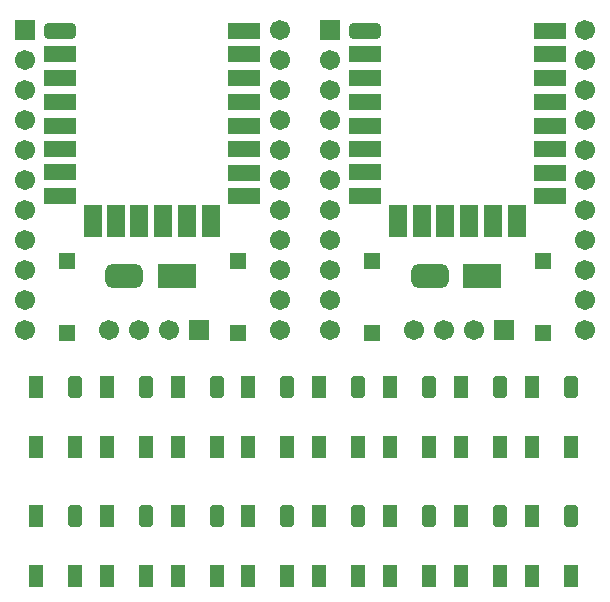
<source format=gts>
G04 Layer_Color=8388736*
%FSLAX23Y23*%
%MOIN*%
G70*
G01*
G75*
%ADD22R,0.108X0.053*%
%ADD23R,0.063X0.108*%
G04:AMPARAMS|DCode=24|XSize=53mil|YSize=108mil|CornerRadius=15mil|HoleSize=0mil|Usage=FLASHONLY|Rotation=90.000|XOffset=0mil|YOffset=0mil|HoleType=Round|Shape=RoundedRectangle|*
%AMROUNDEDRECTD24*
21,1,0.053,0.078,0,0,90.0*
21,1,0.023,0.108,0,0,90.0*
1,1,0.031,0.039,0.011*
1,1,0.031,0.039,-0.011*
1,1,0.031,-0.039,-0.011*
1,1,0.031,-0.039,0.011*
%
%ADD24ROUNDEDRECTD24*%
%ADD25R,0.126X0.079*%
G04:AMPARAMS|DCode=26|XSize=126mil|YSize=79mil|CornerRadius=22mil|HoleSize=0mil|Usage=FLASHONLY|Rotation=0.000|XOffset=0mil|YOffset=0mil|HoleType=Round|Shape=RoundedRectangle|*
%AMROUNDEDRECTD26*
21,1,0.126,0.035,0,0,0.0*
21,1,0.083,0.079,0,0,0.0*
1,1,0.043,0.041,-0.018*
1,1,0.043,-0.041,-0.018*
1,1,0.043,-0.041,0.018*
1,1,0.043,0.041,0.018*
%
%ADD26ROUNDEDRECTD26*%
%ADD27R,0.058X0.058*%
%ADD28R,0.047X0.075*%
%ADD29R,0.047X0.075*%
G04:AMPARAMS|DCode=30|XSize=75mil|YSize=47mil|CornerRadius=14mil|HoleSize=0mil|Usage=FLASHONLY|Rotation=270.000|XOffset=0mil|YOffset=0mil|HoleType=Round|Shape=RoundedRectangle|*
%AMROUNDEDRECTD30*
21,1,0.075,0.020,0,0,270.0*
21,1,0.047,0.047,0,0,270.0*
1,1,0.028,-0.010,-0.024*
1,1,0.028,-0.010,0.024*
1,1,0.028,0.010,0.024*
1,1,0.028,0.010,-0.024*
%
%ADD30ROUNDEDRECTD30*%
%ADD31C,0.067*%
%ADD32R,0.067X0.067*%
%ADD33R,0.067X0.067*%
D22*
X1800Y1757D02*
D03*
X1186Y1837D02*
D03*
Y1758D02*
D03*
Y1680D02*
D03*
Y1600D02*
D03*
Y1522D02*
D03*
Y1444D02*
D03*
Y1365D02*
D03*
X1801Y1364D02*
D03*
Y1443D02*
D03*
Y1521D02*
D03*
X1800Y1600D02*
D03*
Y1679D02*
D03*
Y1837D02*
D03*
Y1915D02*
D03*
X781Y1757D02*
D03*
X167Y1837D02*
D03*
Y1758D02*
D03*
Y1680D02*
D03*
Y1600D02*
D03*
Y1522D02*
D03*
Y1444D02*
D03*
Y1365D02*
D03*
X782Y1364D02*
D03*
Y1443D02*
D03*
Y1521D02*
D03*
X781Y1600D02*
D03*
Y1679D02*
D03*
Y1837D02*
D03*
Y1915D02*
D03*
D23*
X1296Y1283D02*
D03*
X1374D02*
D03*
X1452D02*
D03*
X1532D02*
D03*
X1610D02*
D03*
X1690D02*
D03*
X277D02*
D03*
X355D02*
D03*
X433D02*
D03*
X513D02*
D03*
X591D02*
D03*
X671D02*
D03*
D24*
X1186Y1915D02*
D03*
X167D02*
D03*
D25*
X1575Y1099D02*
D03*
X557D02*
D03*
D26*
X1402D02*
D03*
X383D02*
D03*
D27*
X1209Y1147D02*
D03*
Y910D02*
D03*
X1779D02*
D03*
Y1147D02*
D03*
X190D02*
D03*
Y910D02*
D03*
X760D02*
D03*
Y1147D02*
D03*
D28*
X87Y97D02*
D03*
Y297D02*
D03*
X324D02*
D03*
Y97D02*
D03*
X560D02*
D03*
Y297D02*
D03*
X796D02*
D03*
Y97D02*
D03*
X1032D02*
D03*
Y297D02*
D03*
X1269D02*
D03*
Y97D02*
D03*
X1505D02*
D03*
Y297D02*
D03*
X1741D02*
D03*
Y97D02*
D03*
X87Y530D02*
D03*
Y730D02*
D03*
X324D02*
D03*
Y530D02*
D03*
X560D02*
D03*
Y730D02*
D03*
X796D02*
D03*
Y530D02*
D03*
X1032D02*
D03*
Y730D02*
D03*
X1269D02*
D03*
Y530D02*
D03*
X1505D02*
D03*
Y730D02*
D03*
X1741D02*
D03*
Y530D02*
D03*
D29*
X217Y97D02*
D03*
X454D02*
D03*
X690D02*
D03*
X926D02*
D03*
X1162D02*
D03*
X1399D02*
D03*
X1635D02*
D03*
X1871D02*
D03*
X217Y530D02*
D03*
X454D02*
D03*
X690D02*
D03*
X926D02*
D03*
X1162D02*
D03*
X1399D02*
D03*
X1635D02*
D03*
X1871D02*
D03*
D30*
X217Y297D02*
D03*
X454D02*
D03*
X690D02*
D03*
X926D02*
D03*
X1162D02*
D03*
X1399D02*
D03*
X1635D02*
D03*
X1871D02*
D03*
X217Y730D02*
D03*
X454D02*
D03*
X690D02*
D03*
X926D02*
D03*
X1162D02*
D03*
X1399D02*
D03*
X1635D02*
D03*
X1871D02*
D03*
D31*
X1919Y1919D02*
D03*
Y1819D02*
D03*
Y1719D02*
D03*
Y1619D02*
D03*
Y1519D02*
D03*
Y1419D02*
D03*
Y1319D02*
D03*
Y1219D02*
D03*
Y1119D02*
D03*
Y1019D02*
D03*
Y919D02*
D03*
X1069Y1819D02*
D03*
Y1719D02*
D03*
Y1619D02*
D03*
Y1519D02*
D03*
Y1419D02*
D03*
Y1319D02*
D03*
Y1219D02*
D03*
Y1119D02*
D03*
Y1019D02*
D03*
Y919D02*
D03*
X1549D02*
D03*
X1449D02*
D03*
X1349D02*
D03*
X900Y1919D02*
D03*
Y1819D02*
D03*
Y1719D02*
D03*
Y1619D02*
D03*
Y1519D02*
D03*
Y1419D02*
D03*
Y1319D02*
D03*
Y1219D02*
D03*
Y1119D02*
D03*
Y1019D02*
D03*
Y919D02*
D03*
X50Y1819D02*
D03*
Y1719D02*
D03*
Y1619D02*
D03*
Y1519D02*
D03*
Y1419D02*
D03*
Y1319D02*
D03*
Y1219D02*
D03*
Y1119D02*
D03*
Y1019D02*
D03*
Y919D02*
D03*
X530D02*
D03*
X430D02*
D03*
X330D02*
D03*
D32*
X1069Y1919D02*
D03*
X50D02*
D03*
D33*
X1649Y919D02*
D03*
X630D02*
D03*
M02*

</source>
